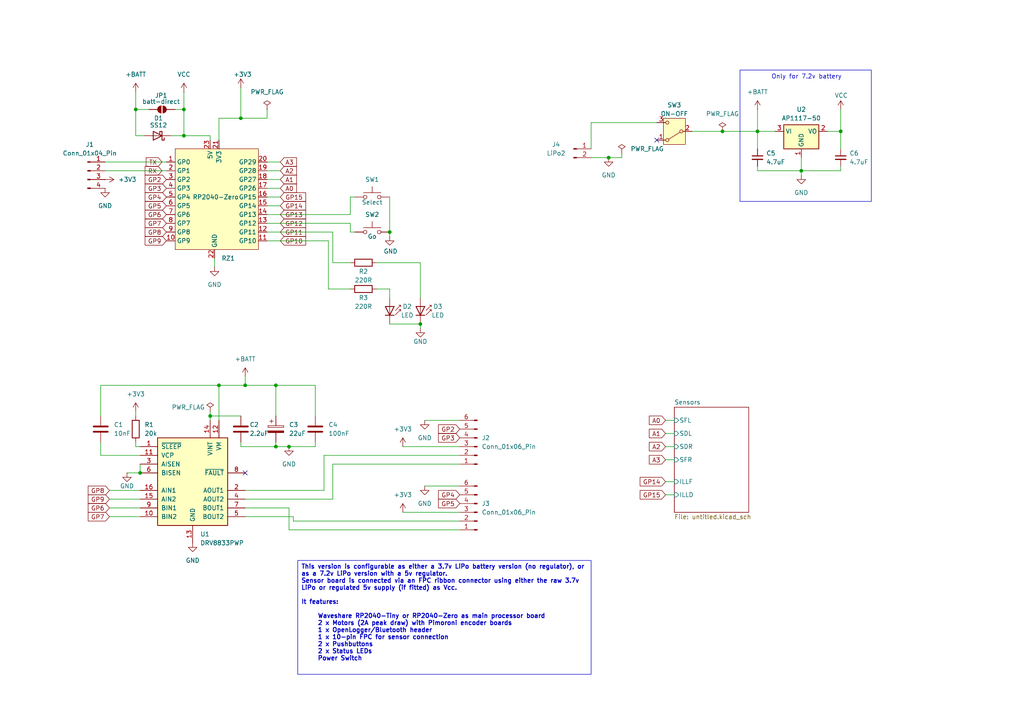
<source format=kicad_sch>
(kicad_sch (version 20250114) (generator "eeschema") (generator_version "9.0")
  (paper "A4")
  (lib_symbols
    (symbol "Connector:Conn_01x02_Pin" (pin_names (offset 1.016) (hide yes))
      (property "Reference" "J" (at 0 2.54 0))
      (property "Value" "Conn_01x02_Pin" (at 0 -5.08 0))
      (symbol "Conn_01x02_Pin_1_1"
        (rectangle (start 0.8636 0.127) (end 0 -0.127) (stroke (width 0.1524)) (fill (type outline)))
        (rectangle (start 0.8636 -2.413) (end 0 -2.667) (stroke (width 0.1524)) (fill (type outline)))
        (polyline (pts (xy 1.27 0) (xy 0.8636 0)) (stroke (width 0.1524)))
        (polyline (pts (xy 1.27 -2.54) (xy 0.8636 -2.54)) (stroke (width 0.1524)))
        (pin passive line (at 5.08 0 180) (length 3.81) (name "Pin_1") (number "1"))
        (pin passive line (at 5.08 -2.54 180) (length 3.81) (name "Pin_2") (number "2"))
      )
    )
    (symbol "Connector:Conn_01x04_Pin" (pin_names (offset 1.016) (hide yes))
      (property "Reference" "J" (at 0 5.08 0))
      (property "Value" "Conn_01x04_Pin" (at 0 -7.62 0))
      (symbol "Conn_01x04_Pin_1_1"
        (rectangle (start 0.8636 2.667) (end 0 2.413) (stroke (width 0.1524)) (fill (type outline)))
        (rectangle (start 0.8636 0.127) (end 0 -0.127) (stroke (width 0.1524)) (fill (type outline)))
        (rectangle (start 0.8636 -2.413) (end 0 -2.667) (stroke (width 0.1524)) (fill (type outline)))
        (rectangle (start 0.8636 -4.953) (end 0 -5.207) (stroke (width 0.1524)) (fill (type outline)))
        (polyline (pts (xy 1.27 2.54) (xy 0.8636 2.54)) (stroke (width 0.1524)))
        (polyline (pts (xy 1.27 0) (xy 0.8636 0)) (stroke (width 0.1524)))
        (polyline (pts (xy 1.27 -2.54) (xy 0.8636 -2.54)) (stroke (width 0.1524)))
        (polyline (pts (xy 1.27 -5.08) (xy 0.8636 -5.08)) (stroke (width 0.1524)))
        (pin passive line (at 5.08 2.54 180) (length 3.81) (name "Pin_1") (number "1"))
        (pin passive line (at 5.08 0 180) (length 3.81) (name "Pin_2") (number "2"))
        (pin passive line (at 5.08 -2.54 180) (length 3.81) (name "Pin_3") (number "3"))
        (pin passive line (at 5.08 -5.08 180) (length 3.81) (name "Pin_4") (number "4"))
      )
    )
    (symbol "Connector:Conn_01x06_Pin" (pin_names (offset 1.016) (hide yes))
      (property "Reference" "J" (at 0 7.62 0))
      (property "Value" "Conn_01x06_Pin" (at 0 -10.16 0))
      (symbol "Conn_01x06_Pin_1_1"
        (rectangle (start 0.8636 5.207) (end 0 4.953) (stroke (width 0.1524)) (fill (type outline)))
        (rectangle (start 0.8636 2.667) (end 0 2.413) (stroke (width 0.1524)) (fill (type outline)))
        (rectangle (start 0.8636 0.127) (end 0 -0.127) (stroke (width 0.1524)) (fill (type outline)))
        (rectangle (start 0.8636 -2.413) (end 0 -2.667) (stroke (width 0.1524)) (fill (type outline)))
        (rectangle (start 0.8636 -4.953) (end 0 -5.207) (stroke (width 0.1524)) (fill (type outline)))
        (rectangle (start 0.8636 -7.493) (end 0 -7.747) (stroke (width 0.1524)) (fill (type outline)))
        (polyline (pts (xy 1.27 5.08) (xy 0.8636 5.08)) (stroke (width 0.1524)))
        (polyline (pts (xy 1.27 2.54) (xy 0.8636 2.54)) (stroke (width 0.1524)))
        (polyline (pts (xy 1.27 0) (xy 0.8636 0)) (stroke (width 0.1524)))
        (polyline (pts (xy 1.27 -2.54) (xy 0.8636 -2.54)) (stroke (width 0.1524)))
        (polyline (pts (xy 1.27 -5.08) (xy 0.8636 -5.08)) (stroke (width 0.1524)))
        (polyline (pts (xy 1.27 -7.62) (xy 0.8636 -7.62)) (stroke (width 0.1524)))
        (pin passive line (at 5.08 5.08 180) (length 3.81) (name "Pin_1") (number "1"))
        (pin passive line (at 5.08 2.54 180) (length 3.81) (name "Pin_2") (number "2"))
        (pin passive line (at 5.08 0 180) (length 3.81) (name "Pin_3") (number "3"))
        (pin passive line (at 5.08 -2.54 180) (length 3.81) (name "Pin_4") (number "4"))
        (pin passive line (at 5.08 -5.08 180) (length 3.81) (name "Pin_5") (number "5"))
        (pin passive line (at 5.08 -7.62 180) (length 3.81) (name "Pin_6") (number "6"))
      )
    )
    (symbol "Device:C" (pin_numbers (hide yes)) (pin_names (offset 0.254))
      (property "Reference" "C" (at 0.635 2.54 0))
      (property "Value" "C" (at 0.635 -2.54 0))
      (symbol "C_0_1"
        (polyline (pts (xy -2.032 0.762) (xy 2.032 0.762)) (stroke (width 0.508)))
        (polyline (pts (xy -2.032 -0.762) (xy 2.032 -0.762)) (stroke (width 0.508)))
      )
      (symbol "C_1_1"
        (pin passive line (at 0 3.81 270) (length 2.794) (name "~") (number "1"))
        (pin passive line (at 0 -3.81 90) (length 2.794) (name "~") (number "2"))
      )
    )
    (symbol "Device:C_Polarized" (pin_numbers (hide yes)) (pin_names (offset 0.254))
      (property "Reference" "C" (at 0.635 2.54 0))
      (property "Value" "C_Polarized" (at 0.635 -2.54 0))
      (symbol "C_Polarized_0_1"
        (rectangle (start -2.286 0.508) (end 2.286 1.016))
        (polyline (pts (xy -1.778 2.286) (xy -0.762 2.286)))
        (polyline (pts (xy -1.27 2.794) (xy -1.27 1.778)))
        (rectangle (start 2.286 -0.508) (end -2.286 -1.016) (fill (type outline)))
      )
      (symbol "C_Polarized_1_1"
        (pin passive line (at 0 3.81 270) (length 2.794) (name "~") (number "1"))
        (pin passive line (at 0 -3.81 90) (length 2.794) (name "~") (number "2"))
      )
    )
    (symbol "Device:C_Small" (pin_numbers (hide yes)) (pin_names (offset 0.254) (hide yes))
      (property "Reference" "C" (at 0.254 1.778 0))
      (property "Value" "C_Small" (at 0.254 -2.032 0))
      (symbol "C_Small_0_1"
        (polyline (pts (xy -1.524 0.508) (xy 1.524 0.508)) (stroke (width 0.3048)))
        (polyline (pts (xy -1.524 -0.508) (xy 1.524 -0.508)) (stroke (width 0.3302)))
      )
      (symbol "C_Small_1_1"
        (pin passive line (at 0 2.54 270) (length 2.032) (name "~") (number "1"))
        (pin passive line (at 0 -2.54 90) (length 2.032) (name "~") (number "2"))
      )
    )
    (symbol "Device:R" (pin_numbers (hide yes)) (pin_names (offset 0))
      (property "Reference" "R" (at 2.032 0 90))
      (property "Value" "R" (at 0 0 90))
      (symbol "R_0_1"
        (rectangle (start -1.016 -2.54) (end 1.016 2.54) (stroke (width 0.254)))
      )
      (symbol "R_1_1"
        (pin passive line (at 0 3.81 270) (length 1.27) (name "~") (number "1"))
        (pin passive line (at 0 -3.81 90) (length 1.27) (name "~") (number "2"))
      )
    )
    (symbol "Diode:SS12" (pin_numbers (hide yes)) (pin_names (offset 1.016) (hide yes))
      (property "Reference" "D" (at 0 2.54 0))
      (property "Value" "SS12" (at 0 -2.54 0))
      (symbol "SS12_0_1"
        (polyline (pts (xy -1.905 0.635) (xy -1.905 1.27) (xy -1.27 1.27) (xy -1.27 -1.27) (xy -0.635 -1.27) (xy -0.635 -0.635)) (stroke (width 0.254)))
        (polyline (pts (xy 1.27 1.27) (xy 1.27 -1.27) (xy -1.27 0) (xy 1.27 1.27)) (stroke (width 0.254)))
        (polyline (pts (xy 1.27 0) (xy -1.27 0)))
      )
      (symbol "SS12_1_1"
        (pin passive line (at -3.81 0 0) (length 2.54) (name "K") (number "1"))
        (pin passive line (at 3.81 0 180) (length 2.54) (name "A") (number "2"))
      )
    )
    (symbol "Driver_Motor:DRV8833PWP" (pin_names (offset 1.016))
      (property "Reference" "U" (at -3.81 16.51 0))
      (property "Value" "DRV8833PWP" (at -3.81 13.97 0))
      (symbol "DRV8833PWP_0_1"
        (rectangle (start -10.16 12.7) (end 10.16 -12.7) (stroke (width 0.254)) (fill (type background)))
      )
      (symbol "DRV8833PWP_1_1"
        (pin input line (at -15.24 10.16 0) (length 5.08) (name "~{SLEEP}") (number "1"))
        (pin bidirectional line (at -15.24 7.62 0) (length 5.08) (name "VCP") (number "11"))
        (pin bidirectional line (at -15.24 5.08 0) (length 5.08) (name "AISEN") (number "3"))
        (pin bidirectional line (at -15.24 2.54 0) (length 5.08) (name "BISEN") (number "6"))
        (pin input line (at -15.24 -2.54 0) (length 5.08) (name "AIN1") (number "16"))
        (pin input line (at -15.24 -5.08 0) (length 5.08) (name "AIN2") (number "15"))
        (pin input line (at -15.24 -7.62 0) (length 5.08) (name "BIN1") (number "9"))
        (pin input line (at -15.24 -10.16 0) (length 5.08) (name "BIN2") (number "10"))
        (pin power_in line (at 0 -17.78 90) (length 5.08) (name "GND") (number "13"))
        (pin passive line (at 0 -17.78 90) (length 5.08) (hide yes) (name "GND") (number "17"))
        (pin power_in line (at 5.08 17.78 270) (length 5.08) (name "VINT") (number "14"))
        (pin power_in line (at 7.62 17.78 270) (length 5.08) (name "VM") (number "12"))
        (pin open_collector line (at 15.24 2.54 180) (length 5.08) (name "~{FAULT}") (number "8"))
        (pin power_out line (at 15.24 -2.54 180) (length 5.08) (name "AOUT1") (number "2"))
        (pin power_out line (at 15.24 -5.08 180) (length 5.08) (name "AOUT2") (number "4"))
        (pin power_out line (at 15.24 -7.62 180) (length 5.08) (name "BOUT1") (number "7"))
        (pin power_out line (at 15.24 -10.16 180) (length 5.08) (name "BOUT2") (number "5"))
      )
    )
    (symbol "Jumper:SolderJumper_2_Open" (pin_numbers (hide yes)) (pin_names (offset 0) (hide yes)) (in_bom no)
      (property "Reference" "JP" (at 0 2.032 0))
      (property "Value" "SolderJumper_2_Open" (at 0 -2.54 0))
      (symbol "SolderJumper_2_Open_0_1"
        (polyline (pts (xy -0.254 1.016) (xy -0.254 -1.016)))
        (arc (start -0.254 -1.016) (mid -1.2656 0) (end -0.254 1.016))
        (arc (start -0.254 -1.016) (mid -1.2656 0) (end -0.254 1.016) (fill (type outline)))
        (arc (start 0.254 1.016) (mid 1.2656 0) (end 0.254 -1.016))
        (arc (start 0.254 1.016) (mid 1.2656 0) (end 0.254 -1.016) (fill (type outline)))
        (polyline (pts (xy 0.254 1.016) (xy 0.254 -1.016)))
      )
      (symbol "SolderJumper_2_Open_1_1"
        (pin passive line (at -3.81 0 0) (length 2.54) (name "A") (number "1"))
        (pin passive line (at 3.81 0 180) (length 2.54) (name "B") (number "2"))
      )
    )
    (symbol "LED:SFH4346" (pin_numbers (hide yes)) (pin_names (offset 1.016) (hide yes))
      (property "Reference" "D" (at 0.508 1.778 0))
      (property "Value" "SFH4346" (at -1.016 -2.794 0))
      (symbol "SFH4346_0_1"
        (polyline (pts (xy -2.54 1.27) (xy -2.54 -1.27)) (stroke (width 0.254)))
        (polyline (pts (xy -2.413 1.651) (xy -0.889 3.175) (xy -0.889 2.667) (xy -0.889 3.175) (xy -1.397 3.175)))
        (polyline (pts (xy -1.143 1.651) (xy 0.381 3.175) (xy 0.381 2.667)))
        (polyline (pts (xy 0 1.27) (xy -2.54 0) (xy 0 -1.27) (xy 0 1.27)) (stroke (width 0.254)))
        (polyline (pts (xy 0 0) (xy -2.54 0)))
        (polyline (pts (xy 0.381 3.175) (xy -0.127 3.175)))
      )
      (symbol "SFH4346_1_1"
        (pin passive line (at -5.08 0 0) (length 2.54) (name "K") (number "1"))
        (pin passive line (at 2.54 0 180) (length 2.54) (name "A") (number "2"))
      )
    )
    (symbol "Regulator_Linear:AP1117-50"
      (property "Reference" "U" (at -3.81 3.175 0))
      (property "Value" "AP1117-50" (at 0 3.175 0))
      (symbol "AP1117-50_0_1"
        (rectangle (start -5.08 -5.08) (end 5.08 1.905) (stroke (width 0.254)) (fill (type background)))
      )
      (symbol "AP1117-50_1_1"
        (pin power_in line (at -7.62 0 0) (length 2.54) (name "VI") (number "3"))
        (pin power_in line (at 0 -7.62 90) (length 2.54) (name "GND") (number "1"))
        (pin power_out line (at 7.62 0 180) (length 2.54) (name "VO") (number "2"))
      )
    )
    (symbol "Switch:SW_Push" (pin_numbers (hide yes)) (pin_names (offset 1.016) (hide yes))
      (property "Reference" "SW" (at 1.27 2.54 0))
      (property "Value" "SW_Push" (at 0 -1.524 0))
      (symbol "SW_Push_0_1"
        (circle (center -2.032 0) (radius 0.508))
        (polyline (pts (xy 0 1.27) (xy 0 3.048)))
        (circle (center 2.032 0) (radius 0.508))
        (polyline (pts (xy 2.54 1.27) (xy -2.54 1.27)))
        (pin passive line (at -5.08 0 0) (length 2.54) (name "1") (number "1"))
        (pin passive line (at 5.08 0 180) (length 2.54) (name "2") (number "2"))
      )
    )
    (symbol "Switch:SW_SPDT" (pin_names (offset 0) (hide yes))
      (property "Reference" "SW" (at 0 5.08 0))
      (property "Value" "SW_SPDT" (at 0 -5.08 0))
      (symbol "SW_SPDT_0_1"
        (circle (center -2.032 0) (radius 0.4572))
        (polyline (pts (xy -1.651 0.254) (xy 1.651 2.286)))
        (circle (center 2.032 2.54) (radius 0.4572))
        (circle (center 2.032 -2.54) (radius 0.4572))
      )
      (symbol "SW_SPDT_1_1"
        (rectangle (start -3.175 3.81) (end 3.175 -3.81) (fill (type background)))
        (pin passive line (at -5.08 0 0) (length 2.54) (name "B") (number "2"))
        (pin passive line (at 5.08 2.54 180) (length 2.54) (name "A") (number "1"))
        (pin passive line (at 5.08 -2.54 180) (length 2.54) (name "C") (number "3"))
      )
    )
    (symbol "power:+3V3" (power) (pin_numbers (hide yes)) (pin_names (offset 0) (hide yes))
      (property "Value" "+3V3" (at 0 3.556 0))
      (symbol "+3V3_0_1"
        (polyline (pts (xy -0.762 1.27) (xy 0 2.54)))
        (polyline (pts (xy 0 2.54) (xy 0.762 1.27)))
        (polyline (pts (xy 0 0) (xy 0 2.54)))
      )
      (symbol "+3V3_1_1"
        (pin power_in line (at 0 0 90) (length 0) (name "~") (number "1"))
      )
    )
    (symbol "power:+BATT" (power) (pin_numbers (hide yes)) (pin_names (offset 0) (hide yes))
      (property "Value" "+BATT" (at 0 3.556 0))
      (symbol "+BATT_0_1"
        (polyline (pts (xy -0.762 1.27) (xy 0 2.54)))
        (polyline (pts (xy 0 2.54) (xy 0.762 1.27)))
        (polyline (pts (xy 0 0) (xy 0 2.54)))
      )
      (symbol "+BATT_1_1"
        (pin power_in line (at 0 0 90) (length 0) (name "~") (number "1"))
      )
    )
    (symbol "power:GND" (power) (pin_numbers (hide yes)) (pin_names (offset 0) (hide yes))
      (property "Value" "GND" (at 0 -3.81 0))
      (symbol "GND_0_1"
        (polyline (pts (xy 0 0) (xy 0 -1.27) (xy 1.27 -1.27) (xy 0 -2.54) (xy -1.27 -1.27) (xy 0 -1.27)))
      )
      (symbol "GND_1_1"
        (pin power_in line (at 0 0 270) (length 0) (name "~") (number "1"))
      )
    )
    (symbol "power:PWR_FLAG" (power) (pin_numbers (hide yes)) (pin_names (offset 0) (hide yes))
      (property "Value" "PWR_FLAG" (at 0 3.81 0))
      (symbol "PWR_FLAG_0_0"
        (pin power_out line (at 0 0 90) (length 0) (name "~") (number "1"))
      )
      (symbol "PWR_FLAG_0_1"
        (polyline (pts (xy 0 0) (xy 0 1.27) (xy -1.016 1.905) (xy 0 2.54) (xy 1.016 1.905) (xy 0 1.27)))
      )
    )
    (symbol "power:VCC" (power) (pin_numbers (hide yes)) (pin_names (offset 0) (hide yes))
      (property "Value" "VCC" (at 0 3.556 0))
      (symbol "VCC_0_1"
        (polyline (pts (xy -0.762 1.27) (xy 0 2.54)))
        (polyline (pts (xy 0 2.54) (xy 0.762 1.27)))
        (polyline (pts (xy 0 0) (xy 0 2.54)))
      )
      (symbol "VCC_1_1"
        (pin power_in line (at 0 0 90) (length 0) (name "~") (number "1"))
      )
    )
    (symbol "rp2040-zero:RP2040-Zero"
      (property "Reference" "RZ" (at 0 0 0))
      (property "Value" "RP2040-Zero" (at 0 -2.54 0))
      (property "Footprint" "RP2040-Zero:RP2040-Zero" (at 0 0 0))
      (symbol "RP2040-Zero_0_1"
        (rectangle (start -11.43 -15.24) (end 12.7 13.97) (fill (type background)))
      )
      (symbol "RP2040-Zero_1_1"
        (pin bidirectional line (at -13.97 10.16 0) (length 2.54) (name "GP0") (number "1"))
        (pin bidirectional line (at -13.97 7.62 0) (length 2.54) (name "GP1") (number "2"))
        (pin bidirectional line (at -13.97 5.08 0) (length 2.54) (name "GP2") (number "3"))
        (pin bidirectional line (at -13.97 2.54 0) (length 2.54) (name "GP3") (number "4"))
        (pin bidirectional line (at -13.97 0 0) (length 2.54) (name "GP4") (number "5"))
        (pin bidirectional line (at -13.97 -2.54 0) (length 2.54) (name "GP5") (number "6"))
        (pin bidirectional line (at -13.97 -5.08 0) (length 2.54) (name "GP6") (number "7"))
        (pin bidirectional line (at -13.97 -7.62 0) (length 2.54) (name "GP7") (number "8"))
        (pin bidirectional line (at -13.97 -10.16 0) (length 2.54) (name "GP8") (number "9"))
        (pin bidirectional line (at -13.97 -12.7 0) (length 2.54) (name "GP9") (number "10"))
        (pin power_in line (at -1.27 16.51 270) (length 2.54) (name "5V") (number "23"))
        (pin power_in line (at 0 -17.78 90) (length 2.54) (name "GND") (number "22"))
        (pin power_in line (at 1.27 16.51 270) (length 2.54) (name "3V3") (number "21"))
        (pin bidirectional line (at 15.24 10.16 180) (length 2.54) (name "GP29") (number "20"))
        (pin bidirectional line (at 15.24 7.62 180) (length 2.54) (name "GP28") (number "19"))
        (pin bidirectional line (at 15.24 5.08 180) (length 2.54) (name "GP27") (number "18"))
        (pin bidirectional line (at 15.24 2.54 180) (length 2.54) (name "GP26") (number "17"))
        (pin bidirectional line (at 15.24 0 180) (length 2.54) (name "GP15") (number "16"))
        (pin bidirectional line (at 15.24 -2.54 180) (length 2.54) (name "GP14") (number "15"))
        (pin bidirectional line (at 15.24 -5.08 180) (length 2.54) (name "GP13") (number "14"))
        (pin bidirectional line (at 15.24 -7.62 180) (length 2.54) (name "GP12") (number "13"))
        (pin bidirectional line (at 15.24 -10.16 180) (length 2.54) (name "GP11") (number "12"))
        (pin bidirectional line (at 15.24 -12.7 180) (length 2.54) (name "GP10") (number "11"))
      )
    )
  )
  (rectangle (start 214.63 20.32) (end 252.73 58.42))
  (text "Only for 7.2v battery" (at 233.934 22.352 0) (effects (font (size 1.27 1.27))))
  (text_box "This version is configurable as either a 3.7v LiPo battery version (no regulator), or\nas a 7.2v LiPo version with a 5v regulator. \nSensor board is connected via an FPC ribbon connector using either the raw 3.7v LiPo or regulated 5v supply (if fitted) as Vcc.\n\nIt features: \n\n	Waveshare RP2040-Tiny or RP2040-Zero as main processor board\n	2 x Motors (2A peak draw) with Pimoroni encoder boards \n	1 x OpenLogger/Bluetooth header\n	1 x 10-pin FPC for sensor connection\n	2 x Pushbuttons\n	2 x Status LEDs\n	Power Switch" (exclude_from_sim yes) (at 86.36 162.56 0) (size 85.09 33.02) (margins 0.9525 0.9525 0.9525 0.9525) (effects (font (size 1.27 1.27) (thickness 0.254) (bold yes)) (justify left top)))
  (junction (at 176.53 45.72))
  (junction (at 80.01 111.76))
  (junction (at 219.71 38.1))
  (junction (at 80.01 129.54))
  (junction (at 113.03 67.31))
  (junction (at 53.34 31.75))
  (junction (at 121.92 93.98))
  (junction (at 71.12 111.76))
  (junction (at 232.41 49.53))
  (junction (at 209.55 38.1))
  (junction (at 243.84 38.1))
  (junction (at 39.37 31.75))
  (junction (at 69.85 34.29))
  (junction (at 83.82 129.54))
  (junction (at 63.5 111.76))
  (junction (at 60.96 120.65))
  (junction (at 53.34 39.37))
  (junction (at 40.64 137.16))
  (no_connect (at 190.5 40.64))
  (no_connect (at 71.12 137.16))
  (wire (pts (xy 95.25 69.85) (xy 95.25 83.82)))
  (wire (pts (xy 93.98 142.24) (xy 71.12 142.24)))
  (wire (pts (xy 63.5 111.76) (xy 63.5 121.92)))
  (wire (pts (xy 171.45 35.56) (xy 190.5 35.56)))
  (wire (pts (xy 77.47 34.29) (xy 69.85 34.29)))
  (wire (pts (xy 113.03 57.15) (xy 113.03 67.31)))
  (wire (pts (xy 39.37 119.38) (xy 39.37 120.65)))
  (wire (pts (xy 77.47 59.69) (xy 81.28 59.69)))
  (wire (pts (xy 96.52 144.78) (xy 96.52 134.62)))
  (wire (pts (xy 219.71 31.75) (xy 219.71 38.1)))
  (wire (pts (xy 83.82 129.54) (xy 91.44 129.54)))
  (wire (pts (xy 243.84 31.75) (xy 243.84 38.1)))
  (wire (pts (xy 29.21 132.08) (xy 40.64 132.08)))
  (wire (pts (xy 39.37 31.75) (xy 43.18 31.75)))
  (wire (pts (xy 80.01 129.54) (xy 83.82 129.54)))
  (wire (pts (xy 193.04 139.7) (xy 195.58 139.7)))
  (wire (pts (xy 232.41 49.53) (xy 243.84 49.53)))
  (wire (pts (xy 232.41 50.8) (xy 232.41 49.53)))
  (wire (pts (xy 41.91 39.37) (xy 39.37 39.37)))
  (wire (pts (xy 123.19 140.97) (xy 133.35 140.97)))
  (wire (pts (xy 80.01 111.76) (xy 91.44 111.76)))
  (wire (pts (xy 62.23 77.47) (xy 62.23 74.93)))
  (wire (pts (xy 101.6 67.31) (xy 101.6 64.77)))
  (wire (pts (xy 60.96 120.65) (xy 69.85 120.65)))
  (wire (pts (xy 71.12 111.76) (xy 80.01 111.76)))
  (wire (pts (xy 243.84 48.26) (xy 243.84 49.53)))
  (wire (pts (xy 93.98 132.08) (xy 93.98 142.24)))
  (wire (pts (xy 209.55 38.1) (xy 219.71 38.1)))
  (wire (pts (xy 193.04 143.51) (xy 195.58 143.51)))
  (wire (pts (xy 69.85 25.4) (xy 69.85 34.29)))
  (wire (pts (xy 49.53 39.37) (xy 53.34 39.37)))
  (wire (pts (xy 69.85 128.27) (xy 69.85 129.54)))
  (wire (pts (xy 193.04 121.92) (xy 195.58 121.92)))
  (wire (pts (xy 101.6 64.77) (xy 77.47 64.77)))
  (wire (pts (xy 219.71 38.1) (xy 219.71 43.18)))
  (wire (pts (xy 95.25 69.85) (xy 77.47 69.85)))
  (wire (pts (xy 113.03 93.98) (xy 121.92 93.98)))
  (wire (pts (xy 60.96 119.38) (xy 60.96 120.65)))
  (wire (pts (xy 53.34 26.67) (xy 53.34 31.75)))
  (wire (pts (xy 29.21 128.27) (xy 29.21 132.08)))
  (wire (pts (xy 101.6 57.15) (xy 101.6 62.23)))
  (wire (pts (xy 113.03 67.31) (xy 113.03 68.58)))
  (wire (pts (xy 71.12 109.22) (xy 71.12 111.76)))
  (wire (pts (xy 176.53 45.72) (xy 180.34 45.72)))
  (wire (pts (xy 83.82 147.32) (xy 83.82 153.67)))
  (wire (pts (xy 109.22 83.82) (xy 113.03 83.82)))
  (wire (pts (xy 80.01 111.76) (xy 80.01 120.65)))
  (wire (pts (xy 193.04 125.73) (xy 195.58 125.73)))
  (wire (pts (xy 30.48 46.99) (xy 48.26 46.99)))
  (wire (pts (xy 91.44 111.76) (xy 91.44 120.65)))
  (wire (pts (xy 121.92 93.98) (xy 121.92 95.25)))
  (wire (pts (xy 63.5 111.76) (xy 71.12 111.76)))
  (wire (pts (xy 80.01 128.27) (xy 80.01 129.54)))
  (wire (pts (xy 77.47 31.75) (xy 77.47 34.29)))
  (wire (pts (xy 30.48 49.53) (xy 48.26 49.53)))
  (wire (pts (xy 116.84 129.54) (xy 133.35 129.54)))
  (wire (pts (xy 53.34 39.37) (xy 60.96 39.37)))
  (wire (pts (xy 71.12 147.32) (xy 83.82 147.32)))
  (wire (pts (xy 96.52 67.31) (xy 96.52 76.2)))
  (wire (pts (xy 50.8 31.75) (xy 53.34 31.75)))
  (wire (pts (xy 29.21 111.76) (xy 63.5 111.76)))
  (wire (pts (xy 101.6 62.23) (xy 77.47 62.23)))
  (wire (pts (xy 77.47 49.53) (xy 81.28 49.53)))
  (wire (pts (xy 95.25 83.82) (xy 101.6 83.82)))
  (wire (pts (xy 60.96 39.37) (xy 60.96 40.64)))
  (wire (pts (xy 36.83 137.16) (xy 40.64 137.16)))
  (wire (pts (xy 39.37 31.75) (xy 39.37 39.37)))
  (wire (pts (xy 69.85 34.29) (xy 63.5 34.29)))
  (wire (pts (xy 60.96 120.65) (xy 60.96 121.92)))
  (wire (pts (xy 85.09 151.13) (xy 133.35 151.13)))
  (wire (pts (xy 77.47 46.99) (xy 81.28 46.99)))
  (wire (pts (xy 193.04 129.54) (xy 195.58 129.54)))
  (wire (pts (xy 93.98 132.08) (xy 133.35 132.08)))
  (wire (pts (xy 63.5 34.29) (xy 63.5 40.64)))
  (wire (pts (xy 116.84 148.59) (xy 133.35 148.59)))
  (wire (pts (xy 193.04 133.35) (xy 195.58 133.35)))
  (wire (pts (xy 113.03 83.82) (xy 113.03 86.36)))
  (wire (pts (xy 77.47 54.61) (xy 81.28 54.61)))
  (wire (pts (xy 31.75 142.24) (xy 40.64 142.24)))
  (wire (pts (xy 123.19 121.92) (xy 133.35 121.92)))
  (wire (pts (xy 96.52 76.2) (xy 101.6 76.2)))
  (wire (pts (xy 171.45 35.56) (xy 171.45 43.18)))
  (wire (pts (xy 69.85 129.54) (xy 80.01 129.54)))
  (wire (pts (xy 53.34 31.75) (xy 53.34 39.37)))
  (wire (pts (xy 219.71 49.53) (xy 232.41 49.53)))
  (wire (pts (xy 77.47 52.07) (xy 81.28 52.07)))
  (wire (pts (xy 39.37 26.67) (xy 39.37 31.75)))
  (wire (pts (xy 240.03 38.1) (xy 243.84 38.1)))
  (wire (pts (xy 31.75 144.78) (xy 40.64 144.78)))
  (wire (pts (xy 101.6 67.31) (xy 102.87 67.31)))
  (wire (pts (xy 101.6 57.15) (xy 102.87 57.15)))
  (wire (pts (xy 39.37 129.54) (xy 40.64 129.54)))
  (wire (pts (xy 85.09 151.13) (xy 85.09 149.86)))
  (wire (pts (xy 29.21 120.65) (xy 29.21 111.76)))
  (wire (pts (xy 180.34 45.72) (xy 180.34 44.45)))
  (wire (pts (xy 83.82 153.67) (xy 133.35 153.67)))
  (wire (pts (xy 219.71 38.1) (xy 224.79 38.1)))
  (wire (pts (xy 40.64 134.62) (xy 40.64 137.16)))
  (wire (pts (xy 71.12 144.78) (xy 96.52 144.78)))
  (wire (pts (xy 39.37 128.27) (xy 39.37 129.54)))
  (wire (pts (xy 176.53 45.72) (xy 171.45 45.72)))
  (wire (pts (xy 31.75 149.86) (xy 40.64 149.86)))
  (wire (pts (xy 91.44 129.54) (xy 91.44 128.27)))
  (wire (pts (xy 96.52 67.31) (xy 77.47 67.31)))
  (wire (pts (xy 243.84 38.1) (xy 243.84 43.18)))
  (wire (pts (xy 96.52 134.62) (xy 133.35 134.62)))
  (wire (pts (xy 85.09 149.86) (xy 71.12 149.86)))
  (wire (pts (xy 219.71 48.26) (xy 219.71 49.53)))
  (wire (pts (xy 77.47 57.15) (xy 81.28 57.15)))
  (wire (pts (xy 109.22 76.2) (xy 121.92 76.2)))
  (wire (pts (xy 200.66 38.1) (xy 209.55 38.1)))
  (wire (pts (xy 121.92 76.2) (xy 121.92 86.36)))
  (wire (pts (xy 31.75 147.32) (xy 40.64 147.32)))
  (wire (pts (xy 232.41 45.72) (xy 232.41 49.53)))
  (global_label "GP5" (shape input) (at 133.35 146.05 180) (property "Intersheetrefs" "${INTERSHEET_REFS}" (effects (hide yes))))
  (global_label "GP5" (shape input) (at 48.26 59.69 180) (property "Intersheetrefs" "${INTERSHEET_REFS}" (effects (hide yes))))
  (global_label "GP6" (shape input) (at 48.26 62.23 180) (property "Intersheetrefs" "${INTERSHEET_REFS}" (effects (hide yes))))
  (global_label "GP4" (shape input) (at 48.26 57.15 180) (property "Intersheetrefs" "${INTERSHEET_REFS}" (effects (hide yes))))
  (global_label "RX" (shape input) (at 46.99 49.53 180) (property "Intersheetrefs" "${INTERSHEET_REFS}" (effects (hide yes))))
  (global_label "A2" (shape input) (at 81.28 49.53 0) (property "Intersheetrefs" "${INTERSHEET_REFS}" (effects (hide yes))))
  (global_label "A0" (shape input) (at 81.28 54.61 0) (property "Intersheetrefs" "${INTERSHEET_REFS}" (effects (hide yes))))
  (global_label "GP15" (shape input) (at 81.28 57.15 0) (property "Intersheetrefs" "${INTERSHEET_REFS}" (effects (hide yes))))
  (global_label "GP11" (shape input) (at 81.28 67.31 0) (property "Intersheetrefs" "${INTERSHEET_REFS}" (effects (hide yes))))
  (global_label "A2" (shape input) (at 193.04 129.54 180) (property "Intersheetrefs" "${INTERSHEET_REFS}" (effects (hide yes))))
  (global_label "A1" (shape input) (at 193.04 125.73 180) (property "Intersheetrefs" "${INTERSHEET_REFS}" (effects (hide yes))))
  (global_label "GP2" (shape input) (at 133.35 124.46 180) (property "Intersheetrefs" "${INTERSHEET_REFS}" (effects (hide yes))))
  (global_label "GP2" (shape input) (at 48.26 52.07 180) (property "Intersheetrefs" "${INTERSHEET_REFS}" (effects (hide yes))))
  (global_label "GP14" (shape input) (at 81.28 59.69 0) (property "Intersheetrefs" "${INTERSHEET_REFS}" (effects (hide yes))))
  (global_label "GP9" (shape input) (at 31.75 144.78 180) (property "Intersheetrefs" "${INTERSHEET_REFS}" (effects (hide yes))))
  (global_label "GP3" (shape input) (at 133.35 127 180) (property "Intersheetrefs" "${INTERSHEET_REFS}" (effects (hide yes))))
  (global_label "GP9" (shape input) (at 48.26 69.85 180) (property "Intersheetrefs" "${INTERSHEET_REFS}" (effects (hide yes))))
  (global_label "TX" (shape input) (at 46.99 46.99 180) (property "Intersheetrefs" "${INTERSHEET_REFS}" (effects (hide yes))))
  (global_label "A3" (shape input) (at 81.28 46.99 0) (property "Intersheetrefs" "${INTERSHEET_REFS}" (effects (hide yes))))
  (global_label "GP12" (shape input) (at 81.28 64.77 0) (property "Intersheetrefs" "${INTERSHEET_REFS}" (effects (hide yes))))
  (global_label "A1" (shape input) (at 81.28 52.07 0) (property "Intersheetrefs" "${INTERSHEET_REFS}" (effects (hide yes))))
  (global_label "GP13" (shape input) (at 81.28 62.23 0) (property "Intersheetrefs" "${INTERSHEET_REFS}" (effects (hide yes))))
  (global_label "GP7" (shape input) (at 48.26 64.77 180) (property "Intersheetrefs" "${INTERSHEET_REFS}" (effects (hide yes))))
  (global_label "GP6" (shape input) (at 31.75 147.32 180) (property "Intersheetrefs" "${INTERSHEET_REFS}" (effects (hide yes))))
  (global_label "GP7" (shape input) (at 31.75 149.86 180) (property "Intersheetrefs" "${INTERSHEET_REFS}" (effects (hide yes))))
  (global_label "GP10" (shape input) (at 81.28 69.85 0) (property "Intersheetrefs" "${INTERSHEET_REFS}" (effects (hide yes))))
  (global_label "GP8" (shape input) (at 48.26 67.31 180) (property "Intersheetrefs" "${INTERSHEET_REFS}" (effects (hide yes))))
  (global_label "A0" (shape input) (at 193.04 121.92 180) (property "Intersheetrefs" "${INTERSHEET_REFS}" (effects (hide yes))))
  (global_label "GP8" (shape input) (at 31.75 142.24 180) (property "Intersheetrefs" "${INTERSHEET_REFS}" (effects (hide yes))))
  (global_label "GP15" (shape input) (at 193.04 143.51 180) (property "Intersheetrefs" "${INTERSHEET_REFS}" (effects (hide yes))))
  (global_label "GP14" (shape input) (at 193.04 139.7 180) (property "Intersheetrefs" "${INTERSHEET_REFS}" (effects (hide yes))))
  (global_label "GP4" (shape input) (at 133.35 143.51 180) (property "Intersheetrefs" "${INTERSHEET_REFS}" (effects (hide yes))))
  (global_label "GP3" (shape input) (at 48.26 54.61 180) (property "Intersheetrefs" "${INTERSHEET_REFS}" (effects (hide yes))))
  (global_label "A3" (shape input) (at 193.04 133.35 180) (property "Intersheetrefs" "${INTERSHEET_REFS}" (effects (hide yes))))
  (symbol (lib_id "Switch:SW_Push") (at 107.95 57.15 0) (unit 1)
    (property "Reference" "SW1" (at 107.95 52.07 0))
    (property "Value" "Select" (at 107.95 58.674 0))
    (property "Footprint" "Button_Switch_SMD:SW_SPST_CK_RS282G05A3" (effects (hide yes)))
    (property "Description" "Push button switch, generic, two pins" (effects (hide yes)))
  )
  (symbol (lib_id "Driver_Motor:DRV8833PWP") (at 55.88 139.7 0) (unit 1)
    (property "Reference" "U1" (at 58.0741 154.94 0) (effects (justify left)))
    (property "Value" "DRV8833PWP" (at 58.0741 157.48 0) (effects (justify left)))
    (property "Footprint" "MyMotorDrivers:HTSSOP-16-1EP_4.4x5mm_P0.65mm_EP3.4x5mm_Mask2.46x2.31mm_ThermalVias_Large" (effects (hide yes)))
    (property "Datasheet" "http://www.ti.com/lit/ds/symlink/drv8833.pdf" (effects (hide yes)))
    (property "Description" "Dual H-Bridge Motor Driver, HTSSOP-16" (effects (hide yes)))
  )
  (symbol (lib_id "power:GND") (at 83.82 129.54 0) (unit 1)
    (property "Reference" "#PWR011" (effects (hide yes)))
    (property "Value" "GND" (at 83.82 134.62 0))
    (property "Description" "Power symbol creates a global label with name \"GND\" , ground" (effects (hide yes)))
  )
  (symbol (lib_id "power:VCC") (at 53.34 26.67 0) (unit 1)
    (property "Reference" "#PWR06" (effects (hide yes)))
    (property "Value" "VCC" (at 53.34 21.59 0))
    (property "Description" "Power symbol creates a global label with name \"VCC\"" (effects (hide yes)))
  )
  (symbol (lib_id "power:GND") (at 55.88 157.48 0) (unit 1)
    (property "Reference" "#PWR07" (effects (hide yes)))
    (property "Value" "GND" (at 55.88 162.56 0))
    (property "Description" "Power symbol creates a global label with name \"GND\" , ground" (effects (hide yes)))
  )
  (symbol (lib_id "LED:SFH4346") (at 121.92 88.9 270) (mirror x) (unit 1)
    (property "Reference" "D3" (at 127 88.9 90))
    (property "Value" "LED" (at 127 91.44 90))
    (property "Footprint" "LED_SMD:LED_1206_3216Metric" (effects (hide yes)))
    (property "Datasheet" "http://cdn-reichelt.de/documents/datenblatt/A500/SFH4346.pdf" (effects (hide yes)))
    (property "Description" "Infrared LED , 3mm LED package" (effects (hide yes)))
  )
  (symbol (lib_id "power:+3V3") (at 116.84 129.54 0) (unit 1)
    (property "Reference" "#PWR013" (effects (hide yes)))
    (property "Value" "+3V3" (at 116.84 124.46 0))
    (property "Description" "Power symbol creates a global label with name \"+3V3\"" (effects (hide yes)))
  )
  (symbol (lib_id "power:GND") (at 113.03 68.58 0) (unit 1)
    (property "Reference" "#PWR012" (effects (hide yes)))
    (property "Value" "GND" (at 113.284 72.898 0))
    (property "Description" "Power symbol creates a global label with name \"GND\" , ground" (effects (hide yes)))
  )
  (symbol (lib_id "power:GND") (at 30.48 54.61 0) (unit 1)
    (property "Reference" "#PWR02" (effects (hide yes)))
    (property "Value" "GND" (at 30.48 59.69 0))
    (property "Description" "Power symbol creates a global label with name \"GND\" , ground" (effects (hide yes)))
  )
  (symbol (lib_id "Device:C") (at 91.44 124.46 0) (unit 1)
    (property "Reference" "C4" (at 95.25 123.1899 0) (effects (justify left)))
    (property "Value" "100nF" (at 95.25 125.7299 0) (effects (justify left)))
    (property "Footprint" "Capacitor_SMD:C_0805_2012Metric" (effects (hide yes)))
    (property "Description" "Unpolarized capacitor" (effects (hide yes)))
  )
  (symbol (lib_id "power:GND") (at 36.83 137.16 0) (unit 1)
    (property "Reference" "#PWR03" (effects (hide yes)))
    (property "Value" "GND" (at 36.83 140.97 0))
    (property "Description" "Power symbol creates a global label with name \"GND\" , ground" (effects (hide yes)))
  )
  (symbol (lib_id "Switch:SW_SPDT") (at 195.58 38.1 180) (unit 1)
    (property "Reference" "SW3" (at 195.58 30.48 0))
    (property "Value" "ON-OFF" (at 195.58 33.02 0))
    (property "Footprint" "MyPassives:SW_SPDT_PCM12_VERT" (effects (hide yes)))
    (property "Description" "Switch, single pole double throw" (effects (hide yes)))
  )
  (symbol (lib_id "LED:SFH4346") (at 113.03 88.9 270) (mirror x) (unit 1)
    (property "Reference" "D2" (at 118.11 88.9 90))
    (property "Value" "LED" (at 118.11 91.44 90))
    (property "Footprint" "LED_SMD:LED_1206_3216Metric" (effects (hide yes)))
    (property "Datasheet" "http://cdn-reichelt.de/documents/datenblatt/A500/SFH4346.pdf" (effects (hide yes)))
    (property "Description" "Infrared LED , 3mm LED package" (effects (hide yes)))
  )
  (symbol (lib_id "power:+3V3") (at 39.37 119.38 0) (unit 1)
    (property "Reference" "#PWR05" (effects (hide yes)))
    (property "Value" "+3V3" (at 39.37 114.3 0))
    (property "Description" "Power symbol creates a global label with name \"+3V3\"" (effects (hide yes)))
  )
  (symbol (lib_id "Device:C_Small") (at 219.71 45.72 0) (unit 1)
    (property "Reference" "C5" (at 222.25 44.4562 0) (effects (justify left)))
    (property "Value" "4.7uF" (at 222.25 46.9962 0) (effects (justify left)))
    (property "Footprint" "Capacitor_SMD:C_0805_2012Metric_Pad1.18x1.45mm_HandSolder" (effects (hide yes)))
    (property "Description" "Unpolarized capacitor, small symbol" (effects (hide yes)))
  )
  (symbol (lib_id "power:+3V3") (at 69.85 25.4 0) (unit 1)
    (property "Reference" "#PWR09" (effects (hide yes)))
    (property "Value" "+3V3" (at 70.358 21.59 0))
    (property "Description" "Power symbol creates a global label with name \"+3V3\"" (effects (hide yes)))
  )
  (symbol (lib_id "Device:C") (at 29.21 124.46 0) (unit 1)
    (property "Reference" "C1" (at 33.02 123.1899 0) (effects (justify left)))
    (property "Value" "10nF" (at 33.02 125.7299 0) (effects (justify left)))
    (property "Footprint" "Capacitor_SMD:C_0805_2012Metric" (effects (hide yes)))
    (property "Description" "Unpolarized capacitor" (effects (hide yes)))
  )
  (symbol (lib_id "power:+BATT") (at 39.37 26.67 0) (unit 1)
    (property "Reference" "#PWR04" (effects (hide yes)))
    (property "Value" "+BATT" (at 39.37 21.59 0))
    (property "Description" "Power symbol creates a global label with name \"+BATT\"" (effects (hide yes)))
  )
  (symbol (lib_id "Connector:Conn_01x06_Pin") (at 138.43 129.54 180) (unit 1)
    (property "Reference" "J2" (at 139.7 126.9999 0) (effects (justify right)))
    (property "Value" "Conn_01x06_Pin" (at 139.7 129.5399 0) (effects (justify right)))
    (property "Footprint" "Connector_JST:JST_SH_SM06B-SRSS-TB_1x06-1MP_P1.00mm_Horizontal" (effects (hide yes)))
    (property "Description" "Generic connector, single row, 01x06, script generated" (effects (hide yes)))
  )
  (symbol (lib_id "power:+3V3") (at 243.84 31.75 0) (unit 1)
    (property "Reference" "#PWR021" (effects (hide yes)))
    (property "Value" "VCC" (at 242.062 27.686 0) (effects (justify left)))
  )
  (symbol (lib_id "Device:R") (at 39.37 124.46 0) (unit 1)
    (property "Reference" "R1" (at 41.91 123.1899 0) (effects (justify left)))
    (property "Value" "20k" (at 41.91 125.7299 0) (effects (justify left)))
    (property "Footprint" "Resistor_SMD:R_0805_2012Metric" (effects (hide yes)))
    (property "Description" "Resistor" (effects (hide yes)))
  )
  (symbol (lib_id "power:PWR_FLAG") (at 60.96 119.38 0) (unit 1)
    (property "Reference" "#FLG01" (effects (hide yes)))
    (property "Value" "PWR_FLAG" (at 54.61 118.11 0))
    (property "Description" "Special symbol for telling ERC where power comes from" (effects (hide yes)))
  )
  (symbol (lib_id "Jumper:SolderJumper_2_Open") (at 46.99 31.75 0) (unit 1)
    (property "Reference" "JP1" (at 46.736 27.686 0))
    (property "Value" "batt-direct" (at 46.736 29.464 0))
    (property "Footprint" "Jumper:SolderJumper-2_P1.3mm_Open_Pad1.0x1.5mm" (effects (hide yes)))
    (property "Description" "Solder Jumper, 2-pole, open" (effects (hide yes)))
  )
  (symbol (lib_id "rp2040-zero:RP2040-Zero") (at 62.23 57.15 0) (unit 1)
    (property "Reference" "RZ1" (at 64.2494 74.93 0) (effects (justify left)))
    (property "Value" "RP2040-Zero" (at 55.88 57.15 0) (effects (justify left)))
    (property "Footprint" "RP2040-Zero-Kicad:RP2040-Zero-outline-THP" (effects (hide yes)))
  )
  (symbol (lib_id "power:PWR_FLAG") (at 209.55 38.1 0) (unit 1)
    (property "Reference" "#FLG04" (effects (hide yes)))
    (property "Value" "PWR_FLAG" (at 209.55 33.02 0))
    (property "Description" "Special symbol for telling ERC where power comes from" (effects (hide yes)))
  )
  (symbol (lib_id "Connector:Conn_01x04_Pin") (at 25.4 49.53 0) (unit 1)
    (property "Reference" "J1" (at 26.035 41.91 0))
    (property "Value" "Conn_01x04_Pin" (at 26.035 44.45 0))
    (property "Footprint" "Connector_PinHeader_2.54mm:PinHeader_1x04_P2.54mm_Vertical" (effects (hide yes)))
    (property "Description" "Generic connector, single row, 01x04, script generated" (effects (hide yes)))
  )
  (symbol (lib_id "power:+3V3") (at 30.48 52.07 270) (unit 1)
    (property "Reference" "#PWR01" (effects (hide yes)))
    (property "Value" "+3V3" (at 34.29 52.0699 90) (effects (justify left)))
    (property "Description" "Power symbol creates a global label with name \"+3V3\"" (effects (hide yes)))
  )
  (symbol (lib_id "power:+BATT") (at 71.12 109.22 0) (unit 1)
    (property "Reference" "#PWR010" (effects (hide yes)))
    (property "Value" "+BATT" (at 71.12 104.14 0))
    (property "Description" "Power symbol creates a global label with name \"+BATT\"" (effects (hide yes)))
  )
  (symbol (lib_id "power:GND") (at 62.23 77.47 0) (unit 1)
    (property "Reference" "#PWR08" (effects (hide yes)))
    (property "Value" "GND" (at 62.23 82.55 0))
    (property "Description" "Power symbol creates a global label with name \"GND\" , ground" (effects (hide yes)))
  )
  (symbol (lib_id "power:GND") (at 176.53 45.72 0) (unit 1)
    (property "Reference" "#PWR018" (effects (hide yes)))
    (property "Value" "GND" (at 176.53 50.8 0))
    (property "Description" "Power symbol creates a global label with name \"GND\" , ground" (effects (hide yes)))
  )
  (symbol (lib_id "Device:R") (at 105.41 83.82 90) (unit 1)
    (property "Reference" "R3" (at 105.41 86.36 90))
    (property "Value" "220R" (at 105.41 88.9 90))
    (property "Footprint" "Resistor_SMD:R_0805_2012Metric" (effects (hide yes)))
    (property "Description" "Resistor" (effects (hide yes)))
  )
  (symbol (lib_id "Connector:Conn_01x06_Pin") (at 138.43 148.59 180) (unit 1)
    (property "Reference" "J3" (at 139.7 146.0499 0) (effects (justify right)))
    (property "Value" "Conn_01x06_Pin" (at 139.7 148.5899 0) (effects (justify right)))
    (property "Footprint" "Connector_JST:JST_SH_SM06B-SRSS-TB_1x06-1MP_P1.00mm_Horizontal" (effects (hide yes)))
    (property "Description" "Generic connector, single row, 01x06, script generated" (effects (hide yes)))
  )
  (symbol (lib_id "Device:C") (at 69.85 124.46 180) (unit 1)
    (property "Reference" "C2" (at 72.39 123.19 0) (effects (justify right)))
    (property "Value" "2.2uF" (at 72.39 125.73 0) (effects (justify right)))
    (property "Footprint" "Capacitor_SMD:C_0805_2012Metric" (effects (hide yes)))
    (property "Description" "Unpolarized capacitor" (effects (hide yes)))
  )
  (symbol (lib_id "Device:C_Polarized") (at 80.01 124.46 0) (unit 1)
    (property "Reference" "C3" (at 83.82 123.1899 0) (effects (justify left)))
    (property "Value" "22uF" (at 83.82 125.7299 0) (effects (justify left)))
    (property "Footprint" "Capacitor_SMD:C_0805_2012Metric" (effects (hide yes)))
    (property "Description" "Polarized capacitor" (effects (hide yes)))
  )
  (symbol (lib_id "Device:C_Small") (at 243.84 45.72 0) (unit 1)
    (property "Reference" "C6" (at 246.38 44.4562 0) (effects (justify left)))
    (property "Value" "4.7uF" (at 246.38 46.9962 0) (effects (justify left)))
    (property "Footprint" "Capacitor_SMD:C_0805_2012Metric_Pad1.18x1.45mm_HandSolder" (effects (hide yes)))
    (property "Description" "Unpolarized capacitor, small symbol" (effects (hide yes)))
  )
  (symbol (lib_id "Diode:SS12") (at 45.72 39.37 180) (unit 1)
    (property "Reference" "D1" (at 45.974 34.29 0))
    (property "Value" "SS12" (at 45.974 36.322 0))
    (property "Footprint" "Diode_SMD:D_SMA" (effects (hide yes)))
    (property "Datasheet" "https://www.vishay.com/docs/88746/ss12.pdf" (effects (hide yes)))
    (property "Description" "20V 1A Schottky Diode, SMA" (effects (hide yes)))
  )
  (symbol (lib_id "power:GND") (at 123.19 140.97 0) (unit 1)
    (property "Reference" "#PWR017" (effects (hide yes)))
    (property "Value" "GND" (at 123.19 146.05 0))
    (property "Description" "Power symbol creates a global label with name \"GND\" , ground" (effects (hide yes)))
  )
  (symbol (lib_id "Switch:SW_Push") (at 107.95 67.31 0) (unit 1)
    (property "Reference" "SW2" (at 107.95 62.23 0))
    (property "Value" "Go" (at 107.95 68.58 0))
    (property "Footprint" "Button_Switch_SMD:SW_SPST_CK_RS282G05A3" (effects (hide yes)))
    (property "Description" "Push button switch, generic, two pins" (effects (hide yes)))
  )
  (symbol (lib_id "power:PWR_FLAG") (at 180.34 44.45 0) (unit 1)
    (property "Reference" "#FLG03" (effects (hide yes)))
    (property "Value" "PWR_FLAG" (at 182.88 43.1799 0) (effects (justify left)))
    (property "Description" "Special symbol for telling ERC where power comes from" (effects (hide yes)))
  )
  (symbol (lib_id "power:GND") (at 121.92 95.25 0) (unit 1)
    (property "Reference" "#PWR015" (effects (hide yes)))
    (property "Value" "GND" (at 121.92 99.06 0))
    (property "Description" "Power symbol creates a global label with name \"GND\" , ground" (effects (hide yes)))
  )
  (symbol (lib_id "power:PWR_FLAG") (at 77.47 31.75 0) (unit 1)
    (property "Reference" "#FLG02" (effects (hide yes)))
    (property "Value" "PWR_FLAG" (at 77.47 26.67 0))
    (property "Description" "Special symbol for telling ERC where power comes from" (effects (hide yes)))
  )
  (symbol (lib_id "power:+3V3") (at 116.84 148.59 0) (unit 1)
    (property "Reference" "#PWR014" (effects (hide yes)))
    (property "Value" "+3V3" (at 116.84 143.51 0))
    (property "Description" "Power symbol creates a global label with name \"+3V3\"" (effects (hide yes)))
  )
  (symbol (lib_id "Regulator_Linear:AP1117-50") (at 232.41 38.1 0) (unit 1)
    (property "Reference" "U2" (at 232.41 31.75 0))
    (property "Value" "AP1117-50" (at 232.41 34.29 0))
    (property "Footprint" "Package_TO_SOT_SMD:SOT-223-3_TabPin2" (effects (hide yes)))
    (property "Datasheet" "http://www.diodes.com/datasheets/AP1117.pdf" (effects (hide yes)))
    (property "Description" "1A Low Dropout regulator, positive, 5.0V fixed output, SOT-223" (effects (hide yes)))
  )
  (symbol (lib_id "power:GND") (at 123.19 121.92 0) (unit 1)
    (property "Reference" "#PWR016" (effects (hide yes)))
    (property "Value" "GND" (at 123.19 127 0))
    (property "Description" "Power symbol creates a global label with name \"GND\" , ground" (effects (hide yes)))
  )
  (symbol (lib_id "power:+BATT") (at 219.71 31.75 0) (unit 1)
    (property "Reference" "#PWR019" (effects (hide yes)))
    (property "Value" "+BATT" (at 219.71 26.67 0))
  )
  (symbol (lib_id "Device:R") (at 105.41 76.2 90) (unit 1)
    (property "Reference" "R2" (at 105.41 78.74 90))
    (property "Value" "220R" (at 105.41 81.28 90))
    (property "Footprint" "Resistor_SMD:R_0805_2012Metric" (effects (hide yes)))
    (property "Description" "Resistor" (effects (hide yes)))
  )
  (symbol (lib_id "Connector:Conn_01x02_Pin") (at 166.37 43.18 0) (unit 1)
    (property "Reference" "J4" (at 161.29 41.91 0))
    (property "Value" "LiPo2" (at 161.29 44.45 0))
    (property "Footprint" "Connector_PinHeader_1.27mm:PinHeader_1x02_P1.27mm_Vertical" (effects (hide yes)))
    (property "Description" "Generic connector, single row, 01x02, script generated" (effects (hide yes)))
  )
  (symbol (lib_id "power:GND") (at 232.41 50.8 0) (unit 1)
    (property "Reference" "#PWR020" (effects (hide yes)))
    (property "Value" "GND" (at 232.41 55.88 0))
  )
  (sheet (at 195.58 118.11) (size 21.59 30.48) (stroke (width 0.1524))
    (property "Sheetname" "Sensors" (at 195.58 117.3984 0) (effects (justify left bottom)))
    (property "Sheetfile" "untitled.kicad_sch" (at 195.58 149.1746 0) (effects (justify left top)))
    (pin "SDL" input (at 195.58 125.73 180))
    (pin "SDR" input (at 195.58 129.54 180))
    (pin "SFL" input (at 195.58 121.92 180))
    (pin "SFR" input (at 195.58 133.35 180))
    (pin "ILLF" input (at 195.58 139.7 180))
    (pin "ILLD" input (at 195.58 143.51 180))
  )
)
</source>
